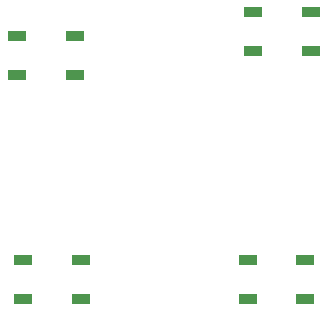
<source format=gbr>
%TF.GenerationSoftware,KiCad,Pcbnew,8.0.5*%
%TF.CreationDate,2025-01-14T19:01:26+01:00*%
%TF.ProjectId,rp_2040_pad_pre,72705f32-3034-4305-9f70-61645f707265,rev?*%
%TF.SameCoordinates,Original*%
%TF.FileFunction,Paste,Bot*%
%TF.FilePolarity,Positive*%
%FSLAX46Y46*%
G04 Gerber Fmt 4.6, Leading zero omitted, Abs format (unit mm)*
G04 Created by KiCad (PCBNEW 8.0.5) date 2025-01-14 19:01:26*
%MOMM*%
%LPD*%
G01*
G04 APERTURE LIST*
%ADD10R,1.500000X0.900000*%
G04 APERTURE END LIST*
D10*
%TO.C,D11*%
X161975000Y-115325000D03*
X161975000Y-118625000D03*
X157075000Y-118625000D03*
X157075000Y-115325000D03*
%TD*%
%TO.C,D8*%
X142975000Y-115325000D03*
X142975000Y-118625000D03*
X138075000Y-118625000D03*
X138075000Y-115325000D03*
%TD*%
%TO.C,D2*%
X162425000Y-94325000D03*
X162425000Y-97625000D03*
X157525000Y-97625000D03*
X157525000Y-94325000D03*
%TD*%
%TO.C,D1*%
X137525000Y-96325000D03*
X137525000Y-99625000D03*
X142425000Y-99625000D03*
X142425000Y-96325000D03*
%TD*%
M02*

</source>
